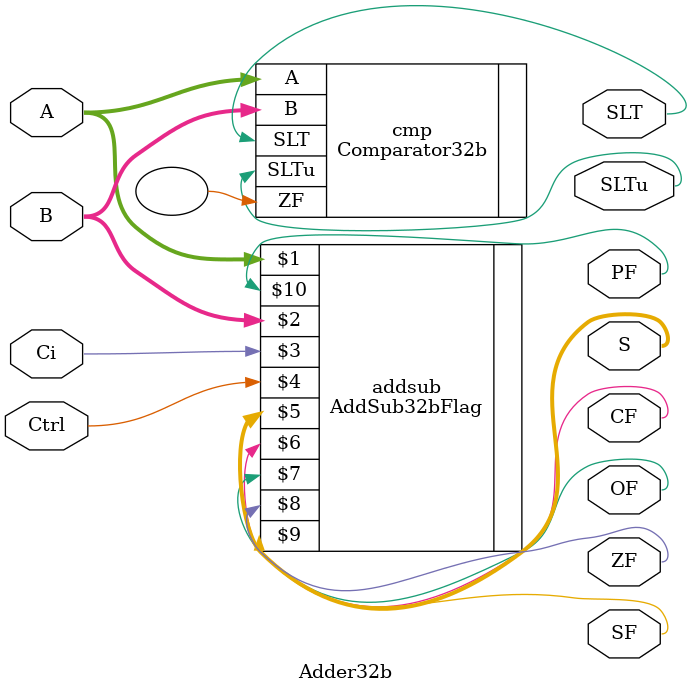
<source format=v>
`ifndef __Adder32b
`define __Adder32b

`include "./Components/adder/AddSub32bFlag.v"
`include "./Components/comparator/Comparator32b.v"

module Adder32b(
    input[31:0] A,
    input[31:0] B,
    input Ci,
    input Ctrl,
    output[31:0] S,
    output CF,OF,ZF,SF,PF,  // 符号SF、进位CF、溢出OF、零标志ZF、奇偶PF
    output SLTu, SLT
);
    AddSub32bFlag addsub(A, B, Ci, Ctrl, S, CF,OF,ZF,SF,PF);
    Comparator32b cmp(.A(A), .B(B), .ZF(), .SLTu(SLTu), .SLT(SLT));

endmodule
`endif

</source>
